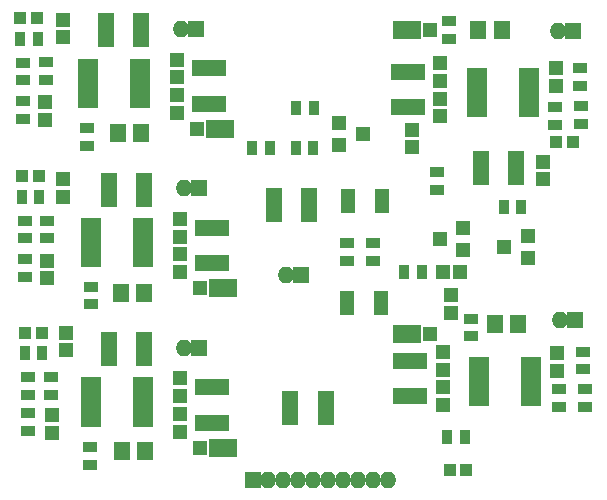
<source format=gbr>
G04 #@! TF.FileFunction,Soldermask,Top*
%FSLAX46Y46*%
G04 Gerber Fmt 4.6, Leading zero omitted, Abs format (unit mm)*
G04 Created by KiCad (PCBNEW 4.0.7) date 04/07/18 17:00:11*
%MOMM*%
%LPD*%
G01*
G04 APERTURE LIST*
%ADD10C,0.100000*%
%ADD11R,1.200000X1.200000*%
%ADD12R,2.400000X1.500000*%
%ADD13R,1.150000X1.200000*%
%ADD14R,2.900000X1.400000*%
%ADD15R,1.300000X0.900000*%
%ADD16R,1.400000X1.650000*%
%ADD17R,1.000000X1.100000*%
%ADD18R,1.800000X0.700000*%
%ADD19R,0.900000X1.300000*%
%ADD20R,1.400000X2.900000*%
%ADD21R,1.200100X1.200100*%
%ADD22R,1.300000X2.100000*%
%ADD23R,1.200000X1.150000*%
%ADD24R,1.300000X1.200000*%
%ADD25R,1.400000X1.400000*%
%ADD26O,1.400000X1.400000*%
G04 APERTURE END LIST*
D10*
D11*
X160150000Y-112000000D03*
D12*
X158250000Y-112000000D03*
D13*
X161250000Y-116500000D03*
X161250000Y-118000000D03*
X161250000Y-113500000D03*
X161250000Y-115000000D03*
D14*
X158500000Y-117250000D03*
X158500000Y-114250000D03*
D13*
X170970000Y-113580000D03*
X170970000Y-115080000D03*
D15*
X171070000Y-118180000D03*
X171070000Y-116680000D03*
X173170000Y-114980000D03*
X173170000Y-113480000D03*
X173270000Y-116680000D03*
X173270000Y-118180000D03*
X163670000Y-110680000D03*
X163670000Y-112180000D03*
D16*
X167670000Y-111130000D03*
X165670000Y-111130000D03*
D13*
X158670000Y-94680000D03*
X158670000Y-96180000D03*
D17*
X161850000Y-123500000D03*
X163250000Y-123500000D03*
D18*
X168750000Y-117750000D03*
X168750000Y-117250000D03*
X168750000Y-116750000D03*
X168750000Y-116250000D03*
X168750000Y-115750000D03*
X164350000Y-115750000D03*
X164350000Y-116250000D03*
X164350000Y-116750000D03*
X164350000Y-117250000D03*
X164350000Y-117750000D03*
X168750000Y-115250000D03*
X168750000Y-114750000D03*
X168750000Y-114250000D03*
X164350000Y-115250000D03*
X164350000Y-114750000D03*
X164350000Y-114250000D03*
D19*
X161620000Y-120730000D03*
X163120000Y-120730000D03*
D20*
X148370000Y-118230000D03*
X151370000Y-118230000D03*
D13*
X161050000Y-92050000D03*
X161050000Y-93550000D03*
X161050000Y-89050000D03*
X161050000Y-90550000D03*
D14*
X158300000Y-92800000D03*
X158300000Y-89800000D03*
D11*
X160150000Y-86250000D03*
D12*
X158250000Y-86250000D03*
D19*
X166420000Y-101230000D03*
X167920000Y-101230000D03*
D15*
X170770000Y-94280000D03*
X170770000Y-92780000D03*
D13*
X169770000Y-97380000D03*
X169770000Y-98880000D03*
D15*
X172970000Y-92680000D03*
X172970000Y-94180000D03*
D17*
X170850000Y-95750000D03*
X172250000Y-95750000D03*
D15*
X161750000Y-85500000D03*
X161750000Y-87000000D03*
D20*
X164470000Y-97930000D03*
X167470000Y-97930000D03*
D13*
X170870000Y-89480000D03*
X170870000Y-90980000D03*
D18*
X168550000Y-93300000D03*
X168550000Y-92800000D03*
X168550000Y-92300000D03*
X168550000Y-91800000D03*
X168550000Y-91300000D03*
X164150000Y-91300000D03*
X164150000Y-91800000D03*
X164150000Y-92300000D03*
X164150000Y-92800000D03*
X164150000Y-93300000D03*
X168550000Y-90800000D03*
X168550000Y-90300000D03*
X168550000Y-89800000D03*
X164150000Y-90800000D03*
X164150000Y-90300000D03*
X164150000Y-89800000D03*
D16*
X166250000Y-86250000D03*
X164250000Y-86250000D03*
D15*
X172870000Y-90980000D03*
X172870000Y-89480000D03*
D14*
X141750000Y-116500000D03*
X141750000Y-119500000D03*
D11*
X140720000Y-121630000D03*
D12*
X142620000Y-121630000D03*
D13*
X139000000Y-120250000D03*
X139000000Y-118750000D03*
X139000000Y-117250000D03*
X139000000Y-115750000D03*
D18*
X131500000Y-116000000D03*
X131500000Y-116500000D03*
X131500000Y-117000000D03*
X131500000Y-117500000D03*
X131500000Y-118000000D03*
X135900000Y-118000000D03*
X135900000Y-117500000D03*
X135900000Y-117000000D03*
X135900000Y-116500000D03*
X135900000Y-116000000D03*
X131500000Y-118500000D03*
X131500000Y-119000000D03*
X131500000Y-119500000D03*
X135900000Y-118500000D03*
X135900000Y-119000000D03*
X135900000Y-119500000D03*
D16*
X134070000Y-121930000D03*
X136070000Y-121930000D03*
D15*
X126170000Y-118680000D03*
X126170000Y-120180000D03*
D13*
X128170000Y-120380000D03*
X128170000Y-118880000D03*
D15*
X131370000Y-123080000D03*
X131370000Y-121580000D03*
D20*
X136000000Y-113250000D03*
X133000000Y-113250000D03*
D19*
X125870000Y-113630000D03*
X127370000Y-113630000D03*
D13*
X129370000Y-113380000D03*
X129370000Y-111880000D03*
D15*
X126120000Y-117130000D03*
X126120000Y-115630000D03*
D17*
X125920000Y-111880000D03*
X127320000Y-111880000D03*
D15*
X128120000Y-115630000D03*
X128120000Y-117130000D03*
D14*
X141750000Y-103000000D03*
X141750000Y-106000000D03*
D11*
X140720000Y-108130000D03*
D12*
X142620000Y-108130000D03*
D13*
X139000000Y-106750000D03*
X139000000Y-105250000D03*
X139000000Y-103750000D03*
X139000000Y-102250000D03*
D18*
X131500000Y-102500000D03*
X131500000Y-103000000D03*
X131500000Y-103500000D03*
X131500000Y-104000000D03*
X131500000Y-104500000D03*
X135900000Y-104500000D03*
X135900000Y-104000000D03*
X135900000Y-103500000D03*
X135900000Y-103000000D03*
X135900000Y-102500000D03*
X131500000Y-105000000D03*
X131500000Y-105500000D03*
X131500000Y-106000000D03*
X135900000Y-105000000D03*
X135900000Y-105500000D03*
X135900000Y-106000000D03*
D16*
X134000000Y-108500000D03*
X136000000Y-108500000D03*
D15*
X125870000Y-105630000D03*
X125870000Y-107130000D03*
D13*
X127770000Y-107280000D03*
X127770000Y-105780000D03*
D15*
X131470000Y-109480000D03*
X131470000Y-107980000D03*
D20*
X136000000Y-99750000D03*
X133000000Y-99750000D03*
D19*
X127120000Y-100380000D03*
X125620000Y-100380000D03*
D13*
X129120000Y-100380000D03*
X129120000Y-98880000D03*
D15*
X125870000Y-103880000D03*
X125870000Y-102380000D03*
D17*
X127070000Y-98630000D03*
X125670000Y-98630000D03*
D15*
X127770000Y-102380000D03*
X127770000Y-103880000D03*
D18*
X131250000Y-89000000D03*
X131250000Y-89500000D03*
X131250000Y-90000000D03*
X131250000Y-90500000D03*
X131250000Y-91000000D03*
X135650000Y-91000000D03*
X135650000Y-90500000D03*
X135650000Y-90000000D03*
X135650000Y-89500000D03*
X135650000Y-89000000D03*
X131250000Y-91500000D03*
X131250000Y-92000000D03*
X131250000Y-92500000D03*
X135650000Y-91500000D03*
X135650000Y-92000000D03*
X135650000Y-92500000D03*
D21*
X168470760Y-105580000D03*
X168470760Y-103680000D03*
X166471780Y-104630000D03*
D22*
X156020000Y-109330000D03*
X153120000Y-109330000D03*
D16*
X133750000Y-95000000D03*
X135750000Y-95000000D03*
D20*
X135750000Y-86250000D03*
X132750000Y-86250000D03*
D13*
X138750000Y-90250000D03*
X138750000Y-88750000D03*
X138750000Y-93250000D03*
X138750000Y-91750000D03*
X129120000Y-86880000D03*
X129120000Y-85380000D03*
X127620000Y-93880000D03*
X127620000Y-92380000D03*
X161970000Y-108680000D03*
X161970000Y-110180000D03*
D23*
X161250000Y-106750000D03*
X162750000Y-106750000D03*
D17*
X126900000Y-85250000D03*
X125500000Y-85250000D03*
D11*
X140470000Y-94630000D03*
D12*
X142370000Y-94630000D03*
D14*
X141500000Y-89500000D03*
X141500000Y-92500000D03*
D15*
X127670000Y-88980000D03*
X127670000Y-90480000D03*
X125750000Y-90500000D03*
X125750000Y-89000000D03*
D19*
X127000000Y-87000000D03*
X125500000Y-87000000D03*
D15*
X131170000Y-96080000D03*
X131170000Y-94580000D03*
X125750000Y-92250000D03*
X125750000Y-93750000D03*
X155370000Y-105780000D03*
X155370000Y-104280000D03*
X153170000Y-104280000D03*
X153170000Y-105780000D03*
D22*
X156150000Y-100750000D03*
X153250000Y-100750000D03*
D15*
X160750000Y-98250000D03*
X160750000Y-99750000D03*
D19*
X159500000Y-106750000D03*
X158000000Y-106750000D03*
D21*
X162999760Y-104900000D03*
X162999760Y-103000000D03*
X161000780Y-103950000D03*
D20*
X146970000Y-101030000D03*
X149970000Y-101030000D03*
D19*
X148820000Y-92830000D03*
X150320000Y-92830000D03*
X145120000Y-96230000D03*
X146620000Y-96230000D03*
X148800000Y-96240000D03*
X150300000Y-96240000D03*
D24*
X152470000Y-94080000D03*
X152470000Y-95980000D03*
X154470000Y-95030000D03*
D25*
X140620000Y-99630000D03*
D26*
X139350000Y-99630000D03*
D25*
X140620000Y-113130000D03*
D26*
X139350000Y-113130000D03*
D25*
X140370000Y-86130000D03*
D26*
X139100000Y-86130000D03*
D25*
X172270000Y-86330000D03*
D26*
X171000000Y-86330000D03*
D25*
X172470000Y-110830000D03*
D26*
X171200000Y-110830000D03*
D25*
X149270000Y-107030000D03*
D26*
X148000000Y-107030000D03*
D25*
X145170000Y-124330000D03*
D26*
X146440000Y-124330000D03*
X147710000Y-124330000D03*
X148980000Y-124330000D03*
X150250000Y-124330000D03*
X151520000Y-124330000D03*
X152790000Y-124330000D03*
X154060000Y-124330000D03*
X155330000Y-124330000D03*
X156600000Y-124330000D03*
M02*

</source>
